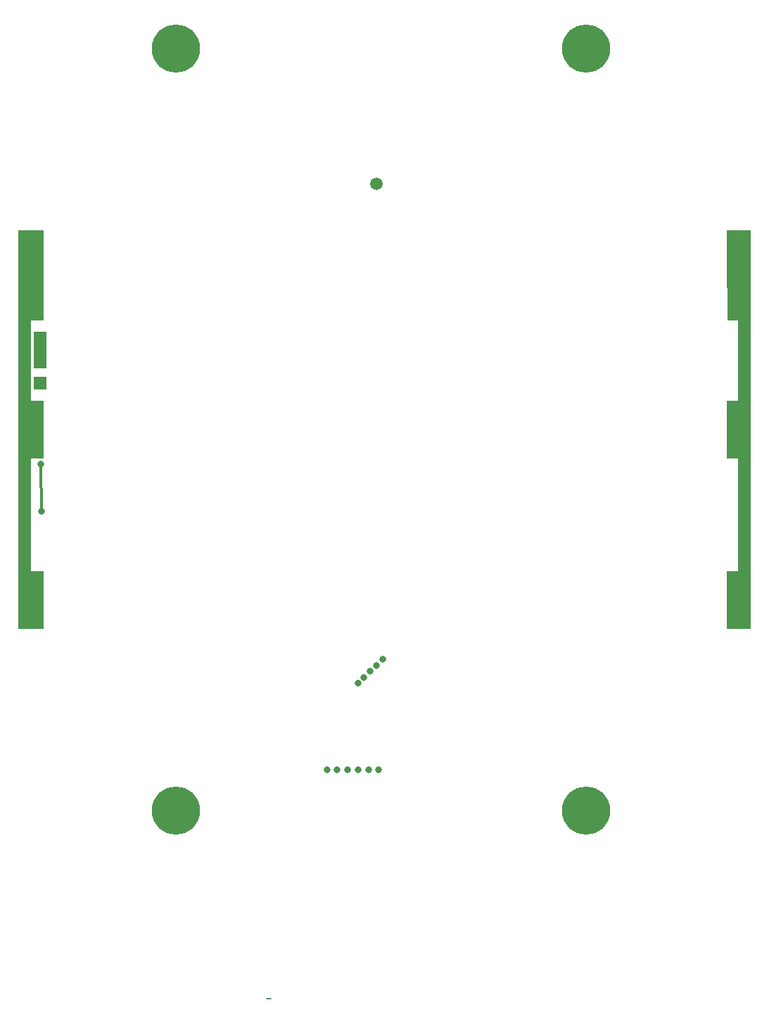
<source format=gtl>
%FSLAX44Y44*%
%MOMM*%
G71*
G01*
G75*
G04 Layer_Physical_Order=1*
G04 Layer_Color=255*
%ADD10R,1.5000X4.4000*%
%ADD11R,1.5000X1.5000*%
%ADD12R,1.5000X7.0000*%
%ADD13C,0.2000*%
%ADD14C,0.3500*%
%ADD15R,1.4750X4.1250*%
%ADD16R,1.5800X48.0000*%
%ADD17R,1.6250X48.0000*%
%ADD18R,2.0250X4.2000*%
%ADD19C,5.8000*%
%ADD20C,1.5000*%
%ADD21C,0.8000*%
%ADD22C,1.0000*%
D10*
X80000Y585500D02*
D03*
D11*
Y545500D02*
D03*
D12*
X914000Y490000D02*
D03*
Y285000D02*
D03*
Y695000D02*
D03*
X76500Y490000D02*
D03*
Y285000D02*
D03*
Y695000D02*
D03*
D13*
X352500Y-194500D02*
X357500D01*
D14*
X82250Y391754D02*
X82250Y391750D01*
X81000Y448000D02*
X81250Y391754D01*
D15*
X913875Y641625D02*
D03*
D16*
X61600Y490000D02*
D03*
D17*
X927375D02*
D03*
D18*
X73625Y642250D02*
D03*
D19*
X243000Y32000D02*
D03*
X737000D02*
D03*
X243000Y948000D02*
D03*
X737000D02*
D03*
D20*
X485000Y785000D02*
D03*
D21*
X487000Y81000D02*
D03*
X425000D02*
D03*
X437500Y80750D02*
D03*
X450000D02*
D03*
X462500D02*
D03*
X475000D02*
D03*
X462750Y184750D02*
D03*
X469750Y192000D02*
D03*
X477250Y199250D02*
D03*
X485000Y206250D02*
D03*
X492000Y213500D02*
D03*
X80750Y574750D02*
D03*
X80000Y545500D02*
D03*
X81000Y448000D02*
D03*
X81250Y391750D02*
D03*
D22*
X914500Y650500D02*
D03*
Y627500D02*
D03*
Y639000D02*
D03*
X76500Y652000D02*
D03*
Y640000D02*
D03*
Y628000D02*
D03*
M02*

</source>
